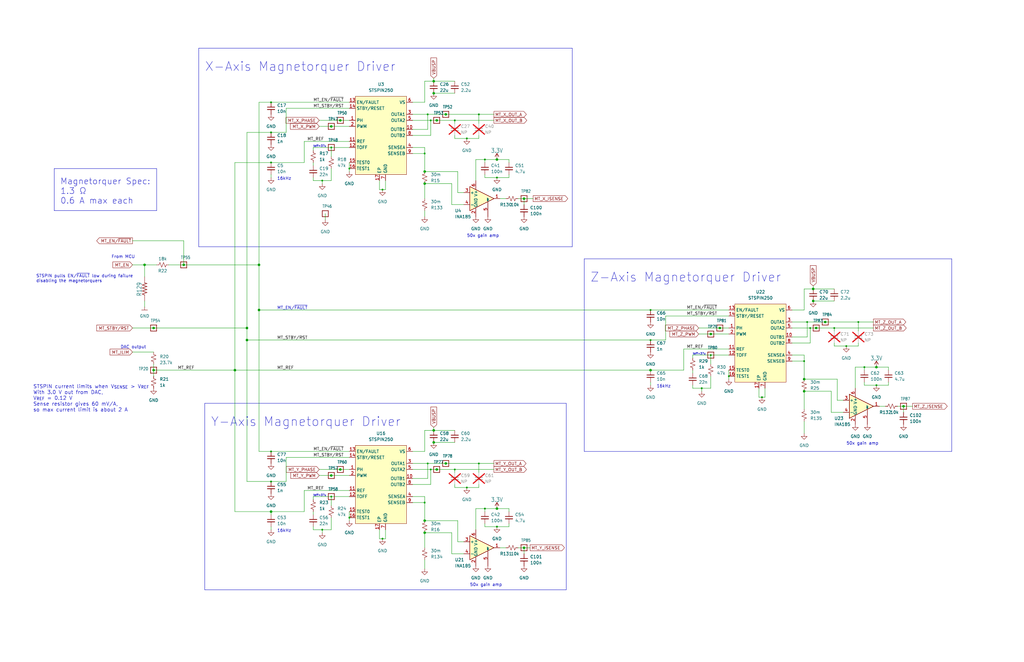
<source format=kicad_sch>
(kicad_sch (version 20231120) (generator "eeschema") (generator_version "8.0")
  (paper "B")
  (title_block (title "OreSat ADCS Card") (date "2023-11-21") (rev "v1.3"))
  (junction (at 220.98 83.82))
  (junction (at 274.32 130.81) (diameter 0.6096))
  (junction (at 187.96 195.58))
  (junction (at 204.47 214.63) (diameter 0.6096))
  (junction (at 104.14 143.51))
  (junction (at 340.36 135.89) (diameter 0.6096))
  (junction (at 181.61 50.8) (diameter 0.6096))
  (junction (at 179.07 224.79))
  (junction (at 114.3 68.58) (diameter 0.6096))
  (junction (at 139.7 209.55) (diameter 0.6096))
  (junction (at 347.98 135.89))
  (junction (at 361.95 135.89) (diameter 0.6096))
  (junction (at 64.77 138.43))
  (junction (at 196.85 58.42) (diameter 0.6096))
  (junction (at 182.88 34.29))
  (junction (at 364.49 154.94) (diameter 0.6096))
  (junction (at 299.72 149.86) (diameter 0.6096))
  (junction (at 135.89 76.2) (diameter 0.6096))
  (junction (at 209.55 67.31))
  (junction (at 201.93 48.26) (diameter 0.6096))
  (junction (at 341.63 138.43) (diameter 0.6096))
  (junction (at 147.32 218.44) (diameter 0.6096))
  (junction (at 147.32 71.12) (diameter 0.6096))
  (junction (at 179.07 72.39))
  (junction (at 191.77 198.12) (diameter 0.6096))
  (junction (at 179.07 212.09) (diameter 0.6096))
  (junction (at 356.87 146.05) (diameter 0.6096))
  (junction (at 369.57 154.94))
  (junction (at 344.17 138.43))
  (junction (at 114.3 43.18) (diameter 0.6096))
  (junction (at 143.51 50.8))
  (junction (at 187.96 48.26))
  (junction (at 104.14 138.43))
  (junction (at 209.55 222.25) (diameter 0.6096))
  (junction (at 180.34 48.26) (diameter 0.6096))
  (junction (at 369.57 162.56) (diameter 0.6096))
  (junction (at 182.88 181.61))
  (junction (at 339.09 165.1))
  (junction (at 381 171.45))
  (junction (at 204.47 67.31) (diameter 0.6096))
  (junction (at 182.88 186.69))
  (junction (at 184.15 50.8))
  (junction (at 274.32 143.51) (diameter 0.6096))
  (junction (at 114.3 215.9))
  (junction (at 342.9 127))
  (junction (at 114.3 190.5) (diameter 0.6096))
  (junction (at 114.3 203.2) (diameter 0.6096))
  (junction (at 182.88 39.37))
  (junction (at 303.53 138.43))
  (junction (at 64.77 156.21))
  (junction (at 77.47 111.76))
  (junction (at 201.93 195.58) (diameter 0.6096))
  (junction (at 184.15 198.12))
  (junction (at 220.98 231.14))
  (junction (at 321.31 167.64) (diameter 0.6096))
  (junction (at 135.89 223.52) (diameter 0.6096))
  (junction (at 114.3 55.88) (diameter 0.6096))
  (junction (at 161.29 227.33) (diameter 0.6096))
  (junction (at 339.09 160.02))
  (junction (at 139.7 200.66))
  (junction (at 351.79 138.43) (diameter 0.6096))
  (junction (at 299.72 140.97))
  (junction (at 339.09 152.4) (diameter 0.6096))
  (junction (at 179.07 77.47))
  (junction (at 161.29 80.01) (diameter 0.6096))
  (junction (at 139.7 53.34))
  (junction (at 274.32 156.21))
  (junction (at 209.55 214.63))
  (junction (at 181.61 198.12) (diameter 0.6096))
  (junction (at 109.22 130.81))
  (junction (at 179.07 64.77) (diameter 0.6096))
  (junction (at 191.77 50.8) (diameter 0.6096))
  (junction (at 295.91 163.83) (diameter 0.6096))
  (junction (at 196.85 205.74) (diameter 0.6096))
  (junction (at 342.9 121.92))
  (junction (at 143.51 198.12))
  (junction (at 60.96 111.76))
  (junction (at 109.22 111.76))
  (junction (at 209.55 74.93) (diameter 0.6096))
  (junction (at 99.06 156.21))
  (junction (at 180.34 195.58) (diameter 0.6096))
  (junction (at 139.7 62.23) (diameter 0.6096))
  (junction (at 179.07 219.71))
  (junction (at 307.34 158.75) (diameter 0.6096))
  (wire (pts (xy 132.08 63.5) (xy 132.08 62.23)))
  (wire (pts (xy 339.09 121.92) (xy 342.9 121.92)))
  (wire (pts (xy 182.88 180.34) (xy 182.88 181.61)))
  (wire (pts (xy 184.15 198.12) (xy 191.77 198.12)))
  (wire (pts (xy 180.34 48.26) (xy 187.96 48.26)))
  (wire (pts (xy 179.07 212.09) (xy 173.99 212.09)))
  (wire (pts (xy 120.65 203.2) (xy 114.3 203.2)))
  (wire (pts (xy 307.34 158.75) (xy 307.34 156.21)))
  (wire (pts (xy 361.95 135.89) (xy 361.95 139.7)))
  (wire (pts (xy 104.14 203.2) (xy 114.3 203.2)))
  (wire (pts (xy 179.07 88.9) (xy 179.07 91.44)))
  (wire (pts (xy 351.79 144.78) (xy 351.79 146.05)))
  (wire (pts (xy 292.1 151.13) (xy 292.1 149.86)))
  (wire (pts (xy 64.77 156.21) (xy 64.77 158.75)))
  (wire (pts (xy 201.93 205.74) (xy 201.93 204.47)))
  (wire (pts (xy 134.62 198.12) (xy 143.51 198.12)))
  (wire (pts (xy 320.04 163.83) (xy 320.04 167.64)))
  (wire (pts (xy 364.49 161.29) (xy 364.49 162.56)))
  (wire (pts (xy 160.02 80.01) (xy 161.29 80.01)))
  (wire (pts (xy 353.06 160.02) (xy 353.06 168.91)))
  (wire (pts (xy 378.46 171.45) (xy 381 171.45)))
  (wire (pts (xy 132.08 210.82) (xy 132.08 209.55)))
  (wire (pts (xy 292.1 149.86) (xy 299.72 149.86)))
  (wire (pts (xy 190.5 77.47) (xy 190.5 86.36)))
  (wire (pts (xy 179.07 62.23) (xy 179.07 64.77)))
  (wire (pts (xy 191.77 50.8) (xy 191.77 52.07)))
  (wire (pts (xy 214.63 74.93) (xy 214.63 73.66)))
  (wire (pts (xy 299.72 149.86) (xy 307.34 149.86)))
  (polyline (pts (xy 83.82 20.32) (xy 83.82 104.14)))
  (wire (pts (xy 220.98 231.14) (xy 223.52 231.14)))
  (wire (pts (xy 132.08 215.9) (xy 132.08 217.17)))
  (wire (pts (xy 139.7 76.2) (xy 135.89 76.2)))
  (wire (pts (xy 99.06 68.58) (xy 114.3 68.58)))
  (wire (pts (xy 132.08 223.52) (xy 132.08 222.25)))
  (wire (pts (xy 173.99 204.47) (xy 181.61 204.47)))
  (wire (pts (xy 143.51 198.12) (xy 147.32 198.12)))
  (wire (pts (xy 114.3 43.18) (xy 147.32 43.18)))
  (wire (pts (xy 214.63 68.58) (xy 214.63 67.31)))
  (wire (pts (xy 209.55 214.63) (xy 214.63 214.63)))
  (wire (pts (xy 128.27 207.01) (xy 147.32 207.01)))
  (polyline (pts (xy 86.36 170.18) (xy 238.76 170.18)))
  (wire (pts (xy 201.93 195.58) (xy 208.28 195.58)))
  (wire (pts (xy 299.72 163.83) (xy 295.91 163.83)))
  (wire (pts (xy 191.77 198.12) (xy 208.28 198.12)))
  (wire (pts (xy 181.61 50.8) (xy 184.15 50.8)))
  (wire (pts (xy 139.7 62.23) (xy 147.32 62.23)))
  (wire (pts (xy 114.3 74.93) (xy 114.3 73.66)))
  (wire (pts (xy 55.88 101.6) (xy 77.47 101.6)))
  (wire (pts (xy 64.77 156.21) (xy 99.06 156.21)))
  (wire (pts (xy 200.66 67.31) (xy 200.66 76.2)))
  (wire (pts (xy 193.04 228.6) (xy 195.58 228.6)))
  (wire (pts (xy 135.89 223.52) (xy 135.89 224.79)))
  (wire (pts (xy 204.47 67.31) (xy 204.47 68.58)))
  (wire (pts (xy 179.07 212.09) (xy 179.07 219.71)))
  (wire (pts (xy 134.62 200.66) (xy 139.7 200.66)))
  (wire (pts (xy 128.27 59.69) (xy 147.32 59.69)))
  (wire (pts (xy 209.55 74.93) (xy 214.63 74.93)))
  (wire (pts (xy 342.9 120.65) (xy 342.9 121.92)))
  (wire (pts (xy 99.06 156.21) (xy 99.06 215.9)))
  (wire (pts (xy 64.77 153.67) (xy 64.77 156.21)))
  (polyline (pts (xy 241.3 104.14) (xy 241.3 20.32)))
  (wire (pts (xy 173.99 62.23) (xy 179.07 62.23)))
  (wire (pts (xy 190.5 233.68) (xy 195.58 233.68)))
  (wire (pts (xy 214.63 215.9) (xy 214.63 214.63)))
  (wire (pts (xy 370.84 171.45) (xy 373.38 171.45)))
  (wire (pts (xy 187.96 48.26) (xy 201.93 48.26)))
  (wire (pts (xy 184.15 50.8) (xy 191.77 50.8)))
  (wire (pts (xy 299.72 149.86) (xy 299.72 153.67)))
  (wire (pts (xy 288.29 156.21) (xy 288.29 147.32)))
  (wire (pts (xy 143.51 50.8) (xy 147.32 50.8)))
  (wire (pts (xy 353.06 168.91) (xy 355.6 168.91)))
  (wire (pts (xy 132.08 76.2) (xy 132.08 74.93)))
  (wire (pts (xy 339.09 130.81) (xy 339.09 121.92)))
  (wire (pts (xy 173.99 209.55) (xy 179.07 209.55)))
  (wire (pts (xy 193.04 219.71) (xy 193.04 228.6)))
  (wire (pts (xy 351.79 146.05) (xy 356.87 146.05)))
  (wire (pts (xy 139.7 53.34) (xy 147.32 53.34)))
  (wire (pts (xy 339.09 177.8) (xy 339.09 182.88)))
  (wire (pts (xy 135.89 76.2) (xy 132.08 76.2)))
  (wire (pts (xy 120.65 45.72) (xy 147.32 45.72)))
  (wire (pts (xy 179.07 236.22) (xy 179.07 240.03)))
  (wire (pts (xy 369.57 162.56) (xy 374.65 162.56)))
  (wire (pts (xy 104.14 138.43) (xy 104.14 143.51)))
  (wire (pts (xy 204.47 222.25) (xy 209.55 222.25)))
  (polyline (pts (xy 22.86 71.12) (xy 66.04 71.12)))
  (wire (pts (xy 104.14 143.51) (xy 274.32 143.51)))
  (wire (pts (xy 351.79 138.43) (xy 368.3 138.43)))
  (wire (pts (xy 344.17 138.43) (xy 351.79 138.43)))
  (wire (pts (xy 139.7 209.55) (xy 139.7 213.36)))
  (wire (pts (xy 196.85 205.74) (xy 201.93 205.74)))
  (wire (pts (xy 77.47 111.76) (xy 109.22 111.76)))
  (wire (pts (xy 173.99 57.15) (xy 181.61 57.15)))
  (wire (pts (xy 274.32 130.81) (xy 307.34 130.81)))
  (wire (pts (xy 179.07 219.71) (xy 193.04 219.71)))
  (wire (pts (xy 334.01 135.89) (xy 340.36 135.89)))
  (wire (pts (xy 179.07 77.47) (xy 179.07 83.82)))
  (wire (pts (xy 210.82 231.14) (xy 213.36 231.14)))
  (wire (pts (xy 182.88 34.29) (xy 191.77 34.29)))
  (wire (pts (xy 204.47 220.98) (xy 204.47 222.25)))
  (polyline (pts (xy 401.32 190.5) (xy 246.38 190.5)))
  (wire (pts (xy 340.36 135.89) (xy 347.98 135.89)))
  (wire (pts (xy 191.77 204.47) (xy 191.77 205.74)))
  (wire (pts (xy 162.56 80.01) (xy 162.56 76.2)))
  (wire (pts (xy 114.3 190.5) (xy 147.32 190.5)))
  (polyline (pts (xy 22.86 71.12) (xy 22.86 88.9)))
  (wire (pts (xy 341.63 138.43) (xy 344.17 138.43)))
  (wire (pts (xy 181.61 204.47) (xy 181.61 198.12)))
  (wire (pts (xy 173.99 198.12) (xy 181.61 198.12)))
  (wire (pts (xy 132.08 209.55) (xy 139.7 209.55)))
  (wire (pts (xy 134.62 53.34) (xy 139.7 53.34)))
  (wire (pts (xy 204.47 73.66) (xy 204.47 74.93)))
  (wire (pts (xy 180.34 201.93) (xy 180.34 195.58)))
  (wire (pts (xy 120.65 193.04) (xy 120.65 203.2)))
  (wire (pts (xy 339.09 160.02) (xy 353.06 160.02)))
  (wire (pts (xy 60.96 116.84) (xy 60.96 111.76)))
  (wire (pts (xy 292.1 156.21) (xy 292.1 157.48)))
  (polyline (pts (xy 246.38 109.22) (xy 246.38 190.5)))
  (wire (pts (xy 180.34 54.61) (xy 180.34 48.26)))
  (wire (pts (xy 114.3 68.58) (xy 128.27 68.58)))
  (wire (pts (xy 200.66 214.63) (xy 200.66 223.52)))
  (wire (pts (xy 147.32 72.39) (xy 147.32 71.12)))
  (wire (pts (xy 114.3 223.52) (xy 114.3 222.25)))
  (wire (pts (xy 181.61 198.12) (xy 184.15 198.12)))
  (polyline (pts (xy 66.04 71.12) (xy 66.04 88.9)))
  (wire (pts (xy 274.32 156.21) (xy 288.29 156.21)))
  (wire (pts (xy 191.77 57.15) (xy 191.77 58.42)))
  (wire (pts (xy 307.34 160.02) (xy 307.34 158.75)))
  (wire (pts (xy 114.3 55.88) (xy 104.14 55.88)))
  (wire (pts (xy 280.67 133.35) (xy 307.34 133.35)))
  (wire (pts (xy 374.65 162.56) (xy 374.65 161.29)))
  (wire (pts (xy 190.5 224.79) (xy 190.5 233.68)))
  (wire (pts (xy 303.53 138.43) (xy 307.34 138.43)))
  (wire (pts (xy 334.01 138.43) (xy 341.63 138.43)))
  (wire (pts (xy 132.08 62.23) (xy 139.7 62.23)))
  (wire (pts (xy 361.95 135.89) (xy 368.3 135.89)))
  (wire (pts (xy 135.89 223.52) (xy 132.08 223.52)))
  (wire (pts (xy 179.07 224.79) (xy 190.5 224.79)))
  (wire (pts (xy 191.77 50.8) (xy 208.28 50.8)))
  (polyline (pts (xy 86.36 170.18) (xy 86.36 248.92)))
  (polyline (pts (xy 238.76 248.92) (xy 86.36 248.92)))
  (wire (pts (xy 364.49 154.94) (xy 364.49 156.21)))
  (wire (pts (xy 134.62 50.8) (xy 143.51 50.8)))
  (wire (pts (xy 214.63 222.25) (xy 214.63 220.98)))
  (wire (pts (xy 132.08 68.58) (xy 132.08 69.85)))
  (wire (pts (xy 334.01 142.24) (xy 340.36 142.24)))
  (wire (pts (xy 200.66 214.63) (xy 204.47 214.63)))
  (wire (pts (xy 294.64 140.97) (xy 299.72 140.97)))
  (wire (pts (xy 209.55 67.31) (xy 214.63 67.31)))
  (wire (pts (xy 173.99 50.8) (xy 181.61 50.8)))
  (wire (pts (xy 139.7 62.23) (xy 139.7 66.04)))
  (wire (pts (xy 160.02 227.33) (xy 161.29 227.33)))
  (wire (pts (xy 360.68 154.94) (xy 364.49 154.94)))
  (wire (pts (xy 99.06 156.21) (xy 274.32 156.21)))
  (wire (pts (xy 60.96 111.76) (xy 66.04 111.76)))
  (wire (pts (xy 162.56 227.33) (xy 162.56 223.52)))
  (wire (pts (xy 139.7 218.44) (xy 139.7 223.52)))
  (wire (pts (xy 322.58 167.64) (xy 322.58 163.83)))
  (wire (pts (xy 381 171.45) (xy 381 173.99)))
  (wire (pts (xy 114.3 215.9) (xy 114.3 217.17)))
  (wire (pts (xy 204.47 74.93) (xy 209.55 74.93)))
  (wire (pts (xy 181.61 57.15) (xy 181.61 50.8)))
  (wire (pts (xy 179.07 64.77) (xy 179.07 72.39)))
  (wire (pts (xy 128.27 207.01) (xy 128.27 215.9)))
  (wire (pts (xy 60.96 127) (xy 60.96 129.54)))
  (wire (pts (xy 191.77 198.12) (xy 191.77 199.39)))
  (wire (pts (xy 193.04 72.39) (xy 193.04 81.28)))
  (wire (pts (xy 295.91 163.83) (xy 295.91 165.1)))
  (wire (pts (xy 294.64 138.43) (xy 303.53 138.43)))
  (polyline (pts (xy 66.04 88.9) (xy 22.86 88.9)))
  (wire (pts (xy 220.98 83.82) (xy 220.98 86.36)))
  (wire (pts (xy 209.55 222.25) (xy 214.63 222.25)))
  (wire (pts (xy 341.63 144.78) (xy 341.63 138.43)))
  (wire (pts (xy 210.82 83.82) (xy 213.36 83.82)))
  (wire (pts (xy 201.93 58.42) (xy 201.93 57.15)))
  (wire (pts (xy 288.29 147.32) (xy 307.34 147.32)))
  (wire (pts (xy 139.7 223.52) (xy 135.89 223.52)))
  (wire (pts (xy 218.44 231.14) (xy 220.98 231.14)))
  (wire (pts (xy 204.47 214.63) (xy 209.55 214.63)))
  (wire (pts (xy 160.02 76.2) (xy 160.02 80.01)))
  (wire (pts (xy 339.09 165.1) (xy 350.52 165.1)))
  (wire (pts (xy 187.96 195.58) (xy 201.93 195.58)))
  (wire (pts (xy 364.49 162.56) (xy 369.57 162.56)))
  (wire (pts (xy 109.22 111.76) (xy 109.22 130.81)))
  (wire (pts (xy 64.77 138.43) (xy 104.14 138.43)))
  (wire (pts (xy 173.99 201.93) (xy 180.34 201.93)))
  (wire (pts (xy 179.07 224.79) (xy 179.07 231.14)))
  (wire (pts (xy 339.09 165.1) (xy 339.09 172.72)))
  (wire (pts (xy 179.07 43.18) (xy 179.07 34.29)))
  (wire (pts (xy 190.5 86.36) (xy 195.58 86.36)))
  (wire (pts (xy 201.93 48.26) (xy 201.93 52.07)))
  (wire (pts (xy 342.9 121.92) (xy 351.79 121.92)))
  (wire (pts (xy 147.32 71.12) (xy 147.32 68.58)))
  (wire (pts (xy 220.98 231.14) (xy 220.98 233.68)))
  (wire (pts (xy 179.07 34.29) (xy 182.88 34.29)))
  (wire (pts (xy 114.3 215.9) (xy 128.27 215.9)))
  (wire (pts (xy 182.88 186.69) (xy 191.77 186.69)))
  (wire (pts (xy 179.07 64.77) (xy 173.99 64.77)))
  (wire (pts (xy 137.16 90.17) (xy 137.16 92.71)))
  (wire (pts (xy 161.29 227.33) (xy 162.56 227.33)))
  (wire (pts (xy 193.04 81.28) (xy 195.58 81.28)))
  (polyline (pts (xy 83.82 20.32) (xy 241.3 20.32)))
  (wire (pts (xy 334.01 130.81) (xy 339.09 130.81)))
  (wire (pts (xy 173.99 190.5) (xy 179.07 190.5)))
  (wire (pts (xy 71.12 111.76) (xy 77.47 111.76)))
  (wire (pts (xy 179.07 72.39) (xy 193.04 72.39)))
  (wire (pts (xy 147.32 219.71) (xy 147.32 218.44)))
  (wire (pts (xy 350.52 173.99) (xy 355.6 173.99)))
  (wire (pts (xy 347.98 135.89) (xy 361.95 135.89)))
  (wire (pts (xy 369.57 154.94) (xy 374.65 154.94)))
  (wire (pts (xy 361.95 146.05) (xy 361.95 144.78)))
  (wire (pts (xy 340.36 142.24) (xy 340.36 135.89)))
  (wire (pts (xy 99.06 68.58) (xy 99.06 156.21)))
  (polyline (pts (xy 246.38 109.22) (xy 401.32 109.22)))
  (wire (pts (xy 120.65 45.72) (xy 120.65 55.88)))
  (wire (pts (xy 135.89 76.2) (xy 135.89 77.47)))
  (wire (pts (xy 339.09 152.4) (xy 334.01 152.4)))
  (wire (pts (xy 351.79 138.43) (xy 351.79 139.7)))
  (wire (pts (xy 360.68 154.94) (xy 360.68 163.83)))
  (polyline (pts (xy 401.32 109.22) (xy 401.32 190.5)))
  (wire (pts (xy 179.07 77.47) (xy 190.5 77.47)))
  (wire (pts (xy 299.72 140.97) (xy 307.34 140.97)))
  (wire (pts (xy 104.14 143.51) (xy 104.14 203.2)))
  (wire (pts (xy 374.65 156.21) (xy 374.65 154.94)))
  (wire (pts (xy 201.93 195.58) (xy 201.93 199.39)))
  (wire (pts (xy 55.88 148.59) (xy 64.77 148.59)))
  (wire (pts (xy 191.77 205.74) (xy 196.85 205.74)))
  (wire (pts (xy 128.27 68.58) (xy 128.27 59.69)))
  (wire (pts (xy 201.93 48.26) (xy 208.28 48.26)))
  (wire (pts (xy 161.29 80.01) (xy 162.56 80.01)))
  (wire (pts (xy 350.52 165.1) (xy 350.52 173.99)))
  (wire (pts (xy 381 171.45) (xy 384.81 171.45)))
  (wire (pts (xy 173.99 43.18) (xy 179.07 43.18)))
  (wire (pts (xy 204.47 214.63) (xy 204.47 215.9)))
  (wire (pts (xy 109.22 130.81) (xy 109.22 190.5)))
  (wire (pts (xy 280.67 133.35) (xy 280.67 143.51)))
  (wire (pts (xy 196.85 58.42) (xy 201.93 58.42)))
  (wire (pts (xy 180.34 195.58) (xy 187.96 195.58)))
  (wire (pts (xy 295.91 163.83) (xy 292.1 163.83)))
  (wire (pts (xy 147.32 218.44) (xy 147.32 215.9)))
  (wire (pts (xy 321.31 167.64) (xy 322.58 167.64)))
  (wire (pts (xy 173.99 195.58) (xy 180.34 195.58)))
  (wire (pts (xy 320.04 167.64) (xy 321.31 167.64)))
  (wire (pts (xy 182.88 33.02) (xy 182.88 34.29)))
  (wire (pts (xy 104.14 55.88) (xy 104.14 138.43)))
  (wire (pts (xy 139.7 209.55) (xy 147.32 209.55)))
  (wire (pts (xy 220.98 83.82) (xy 224.79 83.82)))
  (wire (pts (xy 77.47 101.6) (xy 77.47 111.76)))
  (wire (pts (xy 179.07 209.55) (xy 179.07 212.09)))
  (wire (pts (xy 173.99 54.61) (xy 180.34 54.61)))
  (wire (pts (xy 356.87 146.05) (xy 361.95 146.05)))
  (wire (pts (xy 182.88 39.37) (xy 191.77 39.37)))
  (polyline (pts (xy 238.76 170.18) (xy 238.76 248.92)))
  (wire (pts (xy 60.96 111.76) (xy 55.88 111.76)))
  (wire (pts (xy 139.7 71.12) (xy 139.7 76.2)))
  (wire (pts (xy 173.99 48.26) (xy 180.34 48.26)))
  (wire (pts (xy 99.06 215.9) (xy 114.3 215.9)))
  (wire (pts (xy 280.67 143.51) (xy 274.32 143.51)))
  (wire (pts (xy 182.88 181.61) (xy 191.77 181.61)))
  (wire (pts (xy 139.7 200.66) (xy 147.32 200.66)))
  (wire (pts (xy 109.22 130.81) (xy 274.32 130.81)))
  (wire (pts (xy 334.01 149.86) (xy 339.09 149.86)))
  (wire (pts (xy 334.01 144.78) (xy 341.63 144.78)))
  (wire (pts (xy 179.07 190.5) (xy 179.07 181.61)))
  (wire (pts (xy 364.49 154.94) (xy 369.57 154.94)))
  (wire (pts (xy 191.77 58.42) (xy 196.85 58.42)))
  (wire (pts (xy 120.65 193.04) (xy 147.32 193.04)))
  (wire (pts (xy 179.07 181.61) (xy 182.88 181.61)))
  (wire (pts (xy 109.22 190.5) (xy 114.3 190.5)))
  (wire (pts (xy 109.22 43.18) (xy 109.22 111.76)))
  (wire (pts (xy 200.66 67.31) (xy 204.47 67.31)))
  (wire (pts (xy 204.47 67.31) (xy 209.55 67.31)))
  (wire (pts (xy 299.72 158.75) (xy 299.72 163.83)))
  (wire (pts (xy 109.22 43.18) (xy 114.3 43.18)))
  (polyline (pts (xy 83.82 104.14) (xy 241.3 104.14)))
  (wire (pts (xy 120.65 55.88) (xy 114.3 55.88)))
  (wire (pts (xy 342.9 127) (xy 351.79 127)))
  (wire (pts (xy 292.1 163.83) (xy 292.1 162.56)))
  (wire (pts (xy 160.02 223.52) (xy 160.02 227.33)))
  (wire (pts (xy 274.32 162.56) (xy 274.32 161.29)))
  (wire (pts (xy 218.44 83.82) (xy 220.98 83.82)))
  (wire (pts (xy 55.88 138.43) (xy 64.77 138.43)))
  (wire (pts (xy 339.09 152.4) (xy 339.09 160.02)))
  (wire (pts (xy 339.09 149.86) (xy 339.09 152.4)))
  (text "STSPIN current limits when V_{SENSE} > V_{REF}\nWith 3.0 V out from DAC,\nV_{REF} = 0.12 V\nSense resistor gives 60 mV/A, \nso max current limit is about 2 A\n" (at 13.97 173.99 0) (effects (font (size 1.524 1.524)) (justify left bottom)))
  (text "DAC output" (at 50.8 147.32 0) (effects (font (size 1.27 1.27)) (justify left bottom)))
  (text "16kHz" (at 116.84 76.2 0) (effects (font (size 1.27 1.27)) (justify left bottom)))
  (text "50x gain amp" (at 196.85 100.33 0) (effects (font (size 1.27 1.27)) (justify left bottom)))
  (text "toff=37u" (at 292.1 149.86 0) (effects (font (size 0.8 0.8)) (justify left bottom)))
  (text "16kHz" (at 116.84 224.79 0) (effects (font (size 1.27 1.27)) (justify left bottom)))
  (text "Y-Axis Magnetorquer Driver" (at 88.9 180.34 0) (effects (font (size 3.81 3.81)) (justify left bottom)))
  (text "From MCU" (at 46.99 109.22 0) (effects (font (size 1.27 1.27)) (justify left bottom)))
  (text "toff=37u" (at 132.08 62.23 0) (effects (font (size 0.8 0.8)) (justify left bottom)))
  (text "toff=37u" (at 132.08 209.55 0) (effects (font (size 0.8 0.8)) (justify left bottom)))
  (text "STSPIN pulls EN/~{FAULT} low during failure\ndisabling the magnetorquers" (at 15.24 119.38 0) (effects (font (size 1.27 1.27)) (justify left bottom)))
  (text "Z-Axis Magnetorquer Driver" (at 248.92 119.38 0) (effects (font (size 3.81 3.81)) (justify left bottom)))
  (text "Magnetorquer Spec:\n1.3 Ω\n0.6 A max each" (at 25.4 86.36 0) (effects (font (size 2.54 2.54)) (justify left bottom)))
  (text "50x gain amp" (at 356.87 187.96 0) (effects (font (size 1.27 1.27)) (justify left bottom)))
  (text "X-Axis Magnetorquer Driver" (at 86.36 30.48 0) (effects (font (size 3.81 3.81)) (justify left bottom)))
  (text "50x gain amp" (at 198.12 247.65 0) (effects (font (size 1.27 1.27)) (justify left bottom)))
  (text "16kHz" (at 276.86 163.83 0) (effects (font (size 1.27 1.27)) (justify left bottom)))
  (text "MT_EN/~{FAULT}" (at 116.84 130.81 0) (effects (font (size 1.27 1.27)) (justify left bottom)))
  (label "MT_EN{slash}~{FAULT}" (at 132.08 43.18 0))
  (label "MT_STBY{slash}RST" (at 132.08 45.72 0))
  (label "MT_STBY{slash}RST" (at 289.56 133.35 0))
  (label "MT_REF" (at 289.56 147.32 0))
  (label "MT_REF" (at 129.54 59.69 0))
  (label "MT_STBY{slash}RST" (at 116.84 143.51 0))
  (label "MT_REF" (at 129.54 207.01 0))
  (label "MT_REF" (at 116.84 156.21 0))
  (label "MT_STBY{slash}RST" (at 132.08 193.04 0))
  (label "MT_EN{slash}~{FAULT}" (at 132.08 190.5 0))
  (label "MT_REF" (at 74.93 156.21 0))
  (label "MT_EN{slash}~{FAULT}" (at 289.56 130.81 0))
  (global_label "VBUSP" (shape input) (at 182.88 33.02 90) (property "Intersheetrefs" "${INTERSHEET_REFS}" (at 182.8006 24.4383 90) (effects (justify left))))
  (global_label "MT_Z_ISENSE" (shape output) (at 384.81 171.45 0) (property "Intersheetrefs" "${INTERSHEET_REFS}" (at 399.9318 171.45 0) (effects (justify left))))
  (global_label "MT_Z_PHASE" (shape input) (at 294.64 138.43 180) (property "Intersheetrefs" "${INTERSHEET_REFS}" (at 280.1921 138.3506 0) (effects (justify right))))
  (global_label "MT_X_OUT_A" (shape output) (at 208.28 48.26 0) (property "Intersheetrefs" "${INTERSHEET_REFS}" (at 222.4343 48.26 0) (effects (justify left))))
  (global_label "VBUSP" (shape input) (at 182.88 180.34 90) (property "Intersheetrefs" "${INTERSHEET_REFS}" (at 182.8006 171.7583 90) (effects (justify left))))
  (global_label "MT_Y_PWM" (shape input) (at 134.62 200.66 180) (property "Intersheetrefs" "${INTERSHEET_REFS}" (at 122.1679 200.5806 0) (effects (justify right))))
  (global_label "MT_X_PHASE" (shape input) (at 134.62 50.8 180) (property "Intersheetrefs" "${INTERSHEET_REFS}" (at 120.1721 50.7206 0) (effects (justify right))))
  (global_label "MT_ILIM" (shape input) (at 55.88 148.59 180) (property "Intersheetrefs" "${INTERSHEET_REFS}" (at 45.8985 148.59 0) (effects (justify right))))
  (global_label "MT_Y_OUT_A" (shape output) (at 208.28 195.58 0) (property "Intersheetrefs" "${INTERSHEET_REFS}" (at 222.3134 195.58 0) (effects (justify left))))
  (global_label "MT_Y_PHASE" (shape input) (at 134.62 198.12 180) (property "Intersheetrefs" "${INTERSHEET_REFS}" (at 120.2931 198.0406 0) (effects (justify right))))
  (global_label "MT_X_OUT_B" (shape output) (at 208.28 50.8 0) (property "Intersheetrefs" "${INTERSHEET_REFS}" (at 222.6157 50.8 0) (effects (justify left))))
  (global_label "MT_Y_OUT_B" (shape output) (at 208.28 198.12 0) (property "Intersheetrefs" "${INTERSHEET_REFS}" (at 222.4948 198.12 0) (effects (justify left))))
  (global_label "VBUSP" (shape input) (at 342.9 120.65 90) (property "Intersheetrefs" "${INTERSHEET_REFS}" (at 342.8206 112.0683 90) (effects (justify left))))
  (global_label "MT_STBY{slash}RST" (shape input) (at 55.88 138.43 180) (property "Intersheetrefs" "${INTERSHEET_REFS}" (at 40.2743 138.43 0) (effects (justify right))))
  (global_label "MT_EN{slash}~{FAULT}" (shape output) (at 55.88 101.6 180) (property "Intersheetrefs" "${INTERSHEET_REFS}" (at 40.2742 101.6 0) (effects (justify right))))
  (global_label "MT_Z_OUT_A" (shape output) (at 368.3 135.89 0) (property "Intersheetrefs" "${INTERSHEET_REFS}" (at 382.4543 135.89 0) (effects (justify left))))
  (global_label "MT_EN" (shape input) (at 55.88 111.76 180) (property "Intersheetrefs" "${INTERSHEET_REFS}" (at 47.1081 111.76 0) (effects (justify right))))
  (global_label "MT_X_ISENSE" (shape output) (at 224.79 83.82 0) (property "Intersheetrefs" "${INTERSHEET_REFS}" (at 239.9118 83.82 0) (effects (justify left))))
  (global_label "MT_Z_PWM" (shape input) (at 294.64 140.97 180) (property "Intersheetrefs" "${INTERSHEET_REFS}" (at 282.0669 140.8906 0) (effects (justify right))))
  (global_label "MT_Y_ISENSE" (shape output) (at 223.52 231.14 0) (property "Intersheetrefs" "${INTERSHEET_REFS}" (at 238.5209 231.14 0) (effects (justify left))))
  (global_label "MT_X_PWM" (shape input) (at 134.62 53.34 180) (property "Intersheetrefs" "${INTERSHEET_REFS}" (at 122.0469 53.2606 0) (effects (justify right))))
  (global_label "MT_Z_OUT_B" (shape output) (at 368.3 138.43 0) (property "Intersheetrefs" "${INTERSHEET_REFS}" (at 382.6357 138.43 0) (effects (justify left))))
  (symbol (lib_id "Device:C_Small") (at 214.63 71.12 0) (unit 1)
    (property "Reference" "C51" (at 217.17 69.8499 0) (effects (justify left)))
    (property "Value" "4.7u" (at 217.17 72.3899 0) (effects (justify left)))
    (property "Footprint" "Capacitor_SMD:C_0603_1608Metric" (effects (hide yes)))
  )
  (symbol (lib_id "oresat-acs-card-eagle-import:TEST-POINT-LARGE-SQUARE") (at 139.7 62.23 0) (mirror x) (unit 1)
    (property "Reference" "TP48" (at 138.43 58.42 0) (effects (font (size 1.27 1.0795)) (justify left bottom)))
    (property "Value" "TEST-POINT-LARGE-SQUARE" (effects (hide yes)))
    (property "Footprint" "oresat-acs-card:1X01" (effects (hide yes)))
  )
  (symbol (lib_id "Device:C_Small") (at 191.77 201.93 0) (unit 1) (dnp yes)
    (property "Reference" "C59" (at 194.31 200.6599 0) (effects (justify left)))
    (property "Value" "NP" (at 194.31 203.1999 0) (effects (justify left)))
    (property "Footprint" "Capacitor_SMD:C_0603_1608Metric" (effects (hide yes)))
  )
  (symbol (lib_id "power:GND") (at 135.89 224.79 0) (unit 1)
    (property "Reference" "#PWR09" (effects (hide yes)))
    (property "Value" "GND" (at 135.89 229.87 0))
  )
  (symbol (lib_id "Device:C_Small") (at 351.79 142.24 0) (unit 1) (dnp yes)
    (property "Reference" "C71" (at 354.33 140.9699 0) (effects (justify left)))
    (property "Value" "NP" (at 354.33 143.5099 0) (effects (justify left)))
    (property "Footprint" "Capacitor_SMD:C_0603_1608Metric" (effects (hide yes)))
  )
  (symbol (lib_id "Device:C_Small") (at 201.93 201.93 0) (unit 1) (dnp yes)
    (property "Reference" "C61" (at 204.47 200.6599 0) (effects (justify left)))
    (property "Value" "NP" (at 204.47 203.1999 0) (effects (justify left)))
    (property "Footprint" "Capacitor_SMD:C_0603_1608Metric" (effects (hide yes)))
  )
  (symbol (lib_id "oresat-acs-card-eagle-import:TEST-POINT-LARGE-SQUARE") (at 143.51 50.8 0) (mirror x) (unit 1)
    (property "Reference" "TP50" (at 142.24 46.99 0) (effects (font (size 1.27 1.0795)) (justify left bottom)))
    (property "Value" "TEST-POINT-LARGE-SQUARE" (effects (hide yes)))
    (property "Footprint" "oresat-acs-card:1X01" (effects (hide yes)))
  )
  (symbol (lib_id "Device:C_Small") (at 114.3 193.04 0) (unit 1)
    (property "Reference" "C77" (at 116.84 191.7699 0) (effects (justify left)))
    (property "Value" "10n" (at 116.84 194.3099 0) (effects (justify left)))
    (property "Footprint" "Capacitor_SMD:C_0603_1608Metric" (effects (hide yes)))
  )
  (symbol (lib_id "Device:C_Small") (at 361.95 142.24 0) (unit 1) (dnp yes)
    (property "Reference" "C73" (at 364.49 140.9699 0) (effects (justify left)))
    (property "Value" "NP" (at 364.49 143.5099 0) (effects (justify left)))
    (property "Footprint" "Capacitor_SMD:C_0603_1608Metric" (effects (hide yes)))
  )
  (symbol (lib_id "power:GND") (at 161.29 227.33 0) (unit 1)
    (property "Reference" "#PWR014" (effects (hide yes)))
    (property "Value" "GND" (at 161.29 232.41 0))
  )
  (symbol (lib_id "Device:C_Small") (at 114.3 205.74 0) (unit 1)
    (property "Reference" "C55" (at 116.84 204.4699 0) (effects (justify left)))
    (property "Value" "1n" (at 116.84 207.0099 0) (effects (justify left)))
    (property "Footprint" "Capacitor_SMD:C_0603_1608Metric" (effects (hide yes)))
  )
  (symbol (lib_id "Device:C_Small") (at 191.77 54.61 0) (unit 1) (dnp yes)
    (property "Reference" "C27" (at 194.31 53.3399 0) (effects (justify left)))
    (property "Value" "NP" (at 194.31 55.8799 0) (effects (justify left)))
    (property "Footprint" "Capacitor_SMD:C_0603_1608Metric" (effects (hide yes)))
  )
  (symbol (lib_id "Device:C_Small") (at 381 176.53 0) (unit 1)
    (property "Reference" "C102" (at 383.54 175.2599 0) (effects (justify left)))
    (property "Value" "100n" (at 383.54 177.7999 0) (effects (justify left)))
    (property "Footprint" "Capacitor_SMD:C_0603_1608Metric" (effects (hide yes)))
  )
  (symbol (lib_id "Device:C_Small") (at 351.79 124.46 0) (unit 1)
    (property "Reference" "C72" (at 354.33 123.1899 0) (effects (justify left)))
    (property "Value" "2.2u" (at 354.33 125.7299 0) (effects (justify left)))
    (property "Footprint" "Capacitor_SMD:C_0603_1608Metric" (effects (hide yes)))
  )
  (symbol (lib_id "power:GND") (at 274.32 148.59 0) (unit 1)
    (property "Reference" "#PWR028" (effects (hide yes)))
    (property "Value" "GND" (at 274.32 153.67 0))
  )
  (symbol (lib_id "Device:C_Small") (at 364.49 158.75 0) (unit 1)
    (property "Reference" "C62" (at 367.03 157.4799 0) (effects (justify left)))
    (property "Value" "100n" (at 367.03 160.0199 0) (effects (justify left)))
    (property "Footprint" "Capacitor_SMD:C_0603_1608Metric" (effects (hide yes)))
  )
  (symbol (lib_id "oresat-acs-card-eagle-import:3.3V") (at 209.55 67.31 0) (mirror y) (unit 1)
    (property "Reference" "#SUPPLY01" (effects (hide yes)))
    (property "Value" "3.3V" (at 209.55 64.516 0) (effects (font (size 1.778 1.5113)) (justify bottom)))
  )
  (symbol (lib_id "power:GND") (at 182.88 39.37 0) (unit 1)
    (property "Reference" "#PWR017" (effects (hide yes)))
    (property "Value" "GND" (at 182.88 44.45 0))
  )
  (symbol (lib_id "oresat-ics:INA185") (at 203.2 83.82 0) (unit 1)
    (property "Reference" "U4" (at 191.77 88.8999 0) (effects (justify left)))
    (property "Value" "INA185" (at 191.77 91.4399 0) (effects (justify left)))
    (property "Footprint" "Package_TO_SOT_SMD:SOT-563" (effects (hide yes)))
    (property "Datasheet" "https://www.ti.com/lit/ds/symlink/ina185.pdf" (effects (hide yes)))
  )
  (symbol (lib_id "power:GND") (at 209.55 74.93 0) (unit 1)
    (property "Reference" "#PWR025" (effects (hide yes)))
    (property "Value" "GND" (at 209.55 80.01 0))
  )
  (symbol (lib_id "oresat-acs-card-eagle-import:TEST-POINT-LARGE-SQUARE") (at 139.7 209.55 0) (mirror x) (unit 1)
    (property "Reference" "TP58" (at 138.43 205.74 0) (effects (font (size 1.27 1.0795)) (justify left bottom)))
    (property "Value" "TEST-POINT-LARGE-SQUARE" (effects (hide yes)))
    (property "Footprint" "oresat-acs-card:1X01" (effects (hide yes)))
  )
  (symbol (lib_id "oresat-acs-card-eagle-import:R-US_0603-C-NOSILK") (at 60.96 121.92 90) (unit 1)
    (property "Reference" "R129" (at 59.69 125.095 0) (effects (font (size 1.778 1.5113)) (justify left bottom)))
    (property "Value" "10k" (effects (hide yes)))
    (property "Footprint" "oresat-passives:0603-C-NOSILK" (effects (hide yes)))
  )
  (symbol (lib_id "Device:C_Small") (at 220.98 88.9 0) (unit 1)
    (property "Reference" "C100" (at 223.52 87.6299 0) (effects (justify left)))
    (property "Value" "100n" (at 223.52 90.1699 0) (effects (justify left)))
    (property "Footprint" "Capacitor_SMD:C_0603_1608Metric" (effects (hide yes)))
  )
  (symbol (lib_id "oresat-acs-card-eagle-import:TEST-POINT-LARGE-SQUARE") (at 381 171.45 0) (mirror x) (unit 1)
    (property "Reference" "TP87" (at 379.73 167.64 0) (effects (font (size 1.27 1.0795)) (justify left bottom)))
    (property "Value" "TEST-POINT-LARGE-SQUARE" (effects (hide yes)))
    (property "Footprint" "oresat-acs-card:1X01" (effects (hide yes)))
  )
  (symbol (lib_id "power:GND") (at 135.89 77.47 0) (unit 1)
    (property "Reference" "#PWR08" (effects (hide yes)))
    (property "Value" "GND" (at 135.89 82.55 0))
  )
  (symbol (lib_id "Device:R_Small_US") (at 68.58 111.76 90) (unit 1)
    (property "Reference" "R22" (at 68.58 114.3 90))
    (property "Value" "18k" (at 68.58 109.22 90))
    (property "Footprint" "oresat-passives:0603-C-NOSILK" (effects (hide yes)))
  )
  (symbol (lib_id "power:GND") (at 182.88 186.69 0) (unit 1)
    (property "Reference" "#PWR018" (effects (hide yes)))
    (property "Value" "GND" (at 182.88 191.77 0))
  )
  (symbol (lib_id "Device:R_Small_US") (at 339.09 162.56 0) (mirror x) (unit 1)
    (property "Reference" "R25" (at 341.63 163.8301 0) (effects (justify left)))
    (property "Value" "30m" (at 341.63 161.2901 0) (effects (justify left)))
    (property "Footprint" "Resistor_SMD:R_1206_3216Metric" (effects (hide yes)))
  )
  (symbol (lib_id "power:GND") (at 274.32 135.89 0) (unit 1)
    (property "Reference" "#PWR027" (effects (hide yes)))
    (property "Value" "GND" (at 274.32 140.97 0))
  )
  (symbol (lib_id "Device:C_Small") (at 114.3 58.42 0) (unit 1)
    (property "Reference" "C18" (at 116.84 57.1499 0) (effects (justify left)))
    (property "Value" "1n" (at 116.84 59.6899 0) (effects (justify left)))
    (property "Footprint" "Capacitor_SMD:C_0603_1608Metric" (effects (hide yes)))
  )
  (symbol (lib_id "Device:R_Small_US") (at 139.7 215.9 0) (unit 1)
    (property "Reference" "R24" (at 142.24 214.6299 0) (effects (justify left)))
    (property "Value" "47k" (at 142.24 217.1699 0) (effects (justify left)))
    (property "Footprint" "Resistor_SMD:R_0603_1608Metric" (effects (hide yes)))
  )
  (symbol (lib_id "Device:C_Small") (at 204.47 71.12 0) (unit 1)
    (property "Reference" "C41" (at 207.01 69.8499 0) (effects (justify left)))
    (property "Value" "100n" (at 207.01 72.3899 0) (effects (justify left)))
    (property "Footprint" "Capacitor_SMD:C_0603_1608Metric" (effects (hide yes)))
  )
  (symbol (lib_id "power:GND") (at 205.74 91.44 0) (unit 1)
    (property "Reference" "#PWR023" (effects (hide yes)))
    (property "Value" "GND" (at 205.74 96.52 0))
  )
  (symbol (lib_id "Device:C_Small") (at 132.08 219.71 0) (unit 1)
    (property "Reference" "C56" (at 134.62 218.4399 0) (effects (justify left)))
    (property "Value" "22n" (at 134.62 220.9799 0) (effects (justify left)))
    (property "Footprint" "Capacitor_SMD:C_0603_1608Metric" (effects (hide yes)))
  )
  (symbol (lib_id "Device:C_Small") (at 114.3 45.72 0) (unit 1)
    (property "Reference" "C17" (at 116.84 44.4499 0) (effects (justify left)))
    (property "Value" "10n" (at 116.84 46.9899 0) (effects (justify left)))
    (property "Footprint" "Capacitor_SMD:C_0603_1608Metric" (effects (hide yes)))
  )
  (symbol (lib_id "power:GND") (at 179.07 91.44 0) (unit 1)
    (property "Reference" "#PWR015" (effects (hide yes)))
    (property "Value" "GND" (at 179.07 96.52 0))
  )
  (symbol (lib_id "Device:C_Small") (at 132.08 72.39 0) (unit 1)
    (property "Reference" "C19" (at 134.62 71.1199 0) (effects (justify left)))
    (property "Value" "22n" (at 134.62 73.6599 0) (effects (justify left)))
    (property "Footprint" "Capacitor_SMD:C_0603_1608Metric" (effects (hide yes)))
  )
  (symbol (lib_id "Device:R_Small_US") (at 215.9 231.14 90) (unit 1)
    (property "Reference" "R131" (at 213.36 233.68 90))
    (property "Value" "10k" (at 217.17 233.68 90))
    (property "Footprint" "Resistor_SMD:R_0603_1608Metric" (effects (hide yes)))
  )
  (symbol (lib_id "power:GND") (at 179.07 240.03 0) (unit 1)
    (property "Reference" "#PWR016" (effects (hide yes)))
    (property "Value" "GND" (at 179.07 245.11 0))
  )
  (symbol (lib_id "oresat-acs-card-eagle-import:TEST-POINT-LARGE-SQUARE") (at 299.72 149.86 0) (mirror x) (unit 1)
    (property "Reference" "TP80" (at 298.45 146.05 0) (effects (font (size 1.27 1.0795)) (justify left bottom)))
    (property "Value" "TEST-POINT-LARGE-SQUARE" (effects (hide yes)))
    (property "Footprint" "oresat-acs-card:1X01" (effects (hide yes)))
  )
  (symbol (lib_id "Device:R_Small_US") (at 179.07 86.36 0) (mirror x) (unit 1)
    (property "Reference" "R133" (at 181.61 87.63 0) (effects (justify left)))
    (property "Value" "30m" (at 181.61 85.09 0) (effects (justify left)))
    (property "Footprint" "Resistor_SMD:R_1206_3216Metric" (effects (hide yes)))
  )
  (symbol (lib_id "Device:C_Small") (at 292.1 160.02 0) (unit 1)
    (property "Reference" "C68" (at 294.64 158.7499 0) (effects (justify left)))
    (property "Value" "22n" (at 294.64 161.2899 0) (effects (justify left)))
    (property "Footprint" "Capacitor_SMD:C_0603_1608Metric" (effects (hide yes)))
  )
  (symbol (lib_id "power:GND") (at 114.3 74.93 0) (unit 1)
    (property "Reference" "#PWR04" (effects (hide yes)))
    (property "Value" "GND" (at 114.3 80.01 0))
  )
  (symbol (lib_id "power:GND") (at 274.32 162.56 0) (unit 1)
    (property "Reference" "#PWR029" (effects (hide yes)))
    (property "Value" "GND" (at 274.32 167.64 0))
  )
  (symbol (lib_id "power:GND") (at 147.32 219.71 0) (unit 1)
    (property "Reference" "#PWR012" (effects (hide yes)))
    (property "Value" "GND" (at 147.32 224.79 0))
  )
  (symbol (lib_id "power:GND") (at 365.76 179.07 0) (unit 1)
    (property "Reference" "#PWR037" (effects (hide yes)))
    (property "Value" "GND" (at 365.76 184.15 0))
  )
  (symbol (lib_id "Device:R_Small_US") (at 339.09 175.26 0) (mirror x) (unit 1)
    (property "Reference" "R135" (at 341.63 176.5301 0) (effects (justify left)))
    (property "Value" "30m" (at 341.63 173.9901 0) (effects (justify left)))
    (property "Footprint" "Resistor_SMD:R_1206_3216Metric" (effects (hide yes)))
  )
  (symbol (lib_id "power:GND") (at 114.3 223.52 0) (unit 1)
    (property "Reference" "#PWR07" (effects (hide yes)))
    (property "Value" "GND" (at 114.3 228.6 0))
  )
  (symbol (lib_id "power:GND") (at 196.85 205.74 0) (unit 1)
    (property "Reference" "#PWR020" (effects (hide yes)))
    (property "Value" "GND" (at 196.85 210.82 0))
  )
  (symbol (lib_id "Device:R_Small_US") (at 299.72 156.21 0) (unit 1)
    (property "Reference" "R30" (at 302.26 154.9399 0) (effects (justify left)))
    (property "Value" "47k" (at 302.26 157.4799 0) (effects (justify left)))
    (property "Footprint" "Resistor_SMD:R_0603_1608Metric" (effects (hide yes)))
  )
  (symbol (lib_id "oresat-ics:STSPIN250") (at 321.31 133.35 0) (unit 1)
    (property "Reference" "U22" (at 320.675 123.19 0))
    (property "Value" "STSPIN250" (at 320.675 125.73 0))
    (property "Footprint" "Package_DFN_QFN:VQFN-16-1EP_3x3mm_P0.5mm_EP1.8x1.8mm" (effects (hide yes)))
    (property "Datasheet" "https://www.st.com/resource/en/datasheet/stspin250.pdf" (effects (hide yes)))
  )
  (symbol (lib_id "power:GND") (at 114.3 48.26 0) (unit 1)
    (property "Reference" "#PWR02" (effects (hide yes)))
    (property "Value" "GND" (at 114.3 53.34 0))
  )
  (symbol (lib_id "Device:C_Small") (at 274.32 158.75 0) (unit 1)
    (property "Reference" "C65" (at 276.86 157.4799 0) (effects (justify left)))
    (property "Value" "10n" (at 276.86 160.0199 0) (effects (justify left)))
    (property "Footprint" "Capacitor_SMD:C_0603_1608Metric" (effects (hide yes)))
  )
  (symbol (lib_id "oresat-acs-card-eagle-import:TEST-POINT-LARGE-SQUARE") (at 137.16 90.17 0) (mirror x) (unit 1)
    (property "Reference" "TP46" (at 135.89 86.36 0) (effects (font (size 1.27 1.0795)) (justify left bottom)))
    (property "Value" "TEST-POINT-LARGE-SQUARE" (effects (hide yes)))
    (property "Footprint" "oresat-acs-card:1X01" (effects (hide yes)))
  )
  (symbol (lib_id "Device:C_Small") (at 182.88 36.83 0) (unit 1)
    (property "Reference" "C26" (at 185.42 35.5599 0) (effects (justify left)))
    (property "Value" "22u" (at 185.42 38.0999 0) (effects (justify left)))
    (property "Footprint" "Capacitor_SMD:C_0603_1608Metric" (effects (hide yes)))
  )
  (symbol (lib_id "power:GND") (at 114.3 60.96 0) (unit 1)
    (property "Reference" "#PWR03" (effects (hide yes)))
    (property "Value" "GND" (at 114.3 66.04 0))
  )
  (symbol (lib_id "Device:C_Small") (at 201.93 54.61 0) (unit 1) (dnp yes)
    (property "Reference" "C40" (at 204.47 53.3399 0) (effects (justify left)))
    (property "Value" "NP" (at 204.47 55.8799 0) (effects (justify left)))
    (property "Footprint" "Capacitor_SMD:C_0603_1608Metric" (effects (hide yes)))
  )
  (symbol (lib_id "oresat-acs-card-eagle-import:TEST-POINT-LARGE-SQUARE") (at 77.47 111.76 0) (mirror x) (unit 1)
    (property "Reference" "TP55" (at 76.2 107.95 0) (effects (font (size 1.27 1.0795)) (justify left bottom)))
    (property "Value" "TEST-POINT-LARGE-SQUARE" (effects (hide yes)))
    (property "Footprint" "oresat-acs-card:1X01" (effects (hide yes)))
  )
  (symbol (lib_id "oresat-acs-card-eagle-import:TEST-POINT-LARGE-SQUARE") (at 139.7 200.66 0) (mirror x) (unit 1)
    (property "Reference" "TP57" (at 138.43 196.85 0) (effects (font (size 1.27 1.0795)) (justify left bottom)))
    (property "Value" "TEST-POINT-LARGE-SQUARE" (effects (hide yes)))
    (property "Footprint" "oresat-acs-card:1X01" (effects (hide yes)))
  )
  (symbol (lib_id "power:GND") (at 147.32 72.39 0) (unit 1)
    (property "Reference" "#PWR011" (effects (hide yes)))
    (property "Value" "GND" (at 147.32 77.47 0))
  )
  (symbol (lib_id "power:GND") (at 381 179.07 0) (unit 1)
    (property "Reference" "#PWR0102" (effects (hide yes)))
    (property "Value" "GND" (at 381 184.15 0))
  )
  (symbol (lib_id "oresat-acs-card-eagle-import:TEST-POINT-LARGE-SQUARE") (at 187.96 48.26 0) (mirror x) (unit 1)
    (property "Reference" "TP52" (at 186.69 44.45 0) (effects (font (size 1.27 1.0795)) (justify left bottom)))
    (property "Value" "TEST-POINT-LARGE-SQUARE" (effects (hide yes)))
    (property "Footprint" "oresat-acs-card:1X01" (effects (hide yes)))
  )
  (symbol (lib_id "Device:C_Small") (at 114.3 219.71 0) (unit 1)
    (property "Reference" "C53" (at 116.84 218.4399 0) (effects (justify left)))
    (property "Value" "10n" (at 116.84 220.9799 0) (effects (justify left)))
    (property "Footprint" "Capacitor_SMD:C_0603_1608Metric" (effects (hide yes)))
  )
  (symbol (lib_id "power:GND") (at 205.74 238.76 0) (unit 1)
    (property "Reference" "#PWR024" (effects (hide yes)))
    (property "Value" "GND" (at 205.74 243.84 0))
  )
  (symbol (lib_id "Device:R_Small_US") (at 292.1 153.67 0) (unit 1)
    (property "Reference" "R29" (at 294.64 152.3999 0) (effects (justify left)))
    (property "Value" "1k" (at 294.64 154.9399 0) (effects (justify left)))
    (property "Footprint" "Resistor_SMD:R_0603_1608Metric" (effects (hide yes)))
  )
  (symbol (lib_id "Device:C_Small") (at 114.3 71.12 0) (unit 1)
    (property "Reference" "C5" (at 116.84 69.8499 0) (effects (justify left)))
    (property "Value" "10n" (at 116.84 72.3899 0) (effects (justify left)))
    (property "Footprint" "Capacitor_SMD:C_0603_1608Metric" (effects (hide yes)))
  )
  (symbol (lib_id "oresat-ics:INA185") (at 363.22 171.45 0) (unit 1)
    (property "Reference" "U23" (at 351.79 176.5299 0) (effects (justify left)))
    (property "Value" "INA185" (at 351.79 179.0699 0) (effects (justify left)))
    (property "Footprint" "Package_TO_SOT_SMD:SOT-563" (effects (hide yes)))
    (property "Datasheet" "https://www.ti.com/lit/ds/symlink/ina185.pdf" (effects (hide yes)))
  )
  (symbol (lib_id "Device:R_Small_US") (at 64.77 161.29 180) (unit 1)
    (property "Reference" "R21" (at 67.31 160.0199 0) (effects (justify right)))
    (property "Value" "1k" (at 67.31 162.5599 0) (effects (justify right)))
    (property "Footprint" "Resistor_SMD:R_0603_1608Metric" (effects (hide yes)))
  )
  (symbol (lib_id "Device:R_Small_US") (at 179.07 233.68 0) (mirror x) (unit 1)
    (property "Reference" "R134" (at 181.61 234.9501 0) (effects (justify left)))
    (property "Value" "30m" (at 181.61 232.4101 0) (effects (justify left)))
    (property "Footprint" "Resistor_SMD:R_1206_3216Metric" (effects (hide yes)))
  )
  (symbol (lib_id "Device:R_Small_US") (at 215.9 83.82 90) (unit 1)
    (property "Reference" "R130" (at 213.36 86.36 90))
    (property "Value" "10k" (at 217.17 86.36 90))
    (property "Footprint" "Resistor_SMD:R_0603_1608Metric" (effects (hide yes)))
  )
  (symbol (lib_id "Device:R_Small_US") (at 375.92 171.45 90) (unit 1)
    (property "Reference" "R132" (at 373.38 173.99 90))
    (property "Value" "10k" (at 377.19 173.99 90))
    (property "Footprint" "Resistor_SMD:R_0603_1608Metric" (effects (hide yes)))
  )
  (symbol (lib_id "oresat-acs-card-eagle-import:TEST-POINT-LARGE-SQUARE") (at 220.98 83.82 0) (mirror x) (unit 1)
    (property "Reference" "TP82" (at 219.71 80.01 0) (effects (font (size 1.27 1.0795)) (justify left bottom)))
    (property "Value" "TEST-POINT-LARGE-SQUARE" (effects (hide yes)))
    (property "Footprint" "oresat-acs-card:1X01" (effects (hide yes)))
  )
  (symbol (lib_id "Device:C_Small") (at 374.65 158.75 0) (unit 1)
    (property "Reference" "C63" (at 377.19 157.4799 0) (effects (justify left)))
    (property "Value" "4.7u" (at 377.19 160.0199 0) (effects (justify left)))
    (property "Footprint" "Capacitor_SMD:C_0603_1608Metric" (effects (hide yes)))
  )
  (symbol (lib_id "oresat-acs-card-eagle-import:TEST-POINT-LARGE-SQUARE") (at 220.98 231.14 0) (mirror x) (unit 1)
    (property "Reference" "TP85" (at 219.71 227.33 0) (effects (font (size 1.27 1.0795)) (justify left bottom)))
    (property "Value" "TEST-POINT-LARGE-SQUARE" (effects (hide yes)))
    (property "Footprint" "oresat-acs-card:1X01" (effects (hide yes)))
  )
  (symbol (lib_id "power:GND") (at 356.87 146.05 0) (unit 1)
    (property "Reference" "#PWR035" (effects (hide yes)))
    (property "Value" "GND" (at 356.87 151.13 0))
  )
  (symbol (lib_id "oresat-acs-card-eagle-import:TEST-POINT-LARGE-SQUARE") (at 64.77 138.43 0) (mirror x) (unit 1)
    (property "Reference" "TP54" (at 63.5 134.62 0) (effects (font (size 1.27 1.0795)) (justify left bottom)))
    (property "Value" "TEST-POINT-LARGE-SQUARE" (effects (hide yes)))
    (property "Footprint" "oresat-acs-card:1X01" (effects (hide yes)))
  )
  (symbol (lib_id "power:GND") (at 200.66 238.76 0) (unit 1)
    (property "Reference" "#PWR022" (effects (hide yes)))
    (property "Value" "GND" (at 200.66 243.84 0))
  )
  (symbol (lib_id "power:GND") (at 342.9 127 0) (unit 1)
    (property "Reference" "#PWR034" (effects (hide yes)))
    (property "Value" "GND" (at 342.9 132.08 0))
  )
  (symbol (lib_id "power:GND") (at 321.31 167.64 0) (unit 1)
    (property "Reference" "#PWR032" (effects (hide yes)))
    (property "Value" "GND" (at 321.31 172.72 0))
  )
  (symbol (lib_id "power:GND") (at 137.16 92.71 0) (unit 1)
    (property "Reference" "#PWR010" (effects (hide yes)))
    (property "Value" "GND" (at 137.16 97.79 0))
  )
  (symbol (lib_id "oresat-acs-card-eagle-import:TEST-POINT-LARGE-SQUARE") (at 139.7 53.34 0) (mirror x) (unit 1)
    (property "Reference" "TP47" (at 138.43 49.53 0) (effects (font (size 1.27 1.0795)) (justify left bottom)))
    (property "Value" "TEST-POINT-LARGE-SQUARE" (effects (hide yes)))
    (property "Footprint" "oresat-acs-card:1X01" (effects (hide yes)))
  )
  (symbol (lib_id "oresat-acs-card-eagle-import:3.3V") (at 209.55 214.63 0) (mirror y) (unit 1)
    (property "Reference" "#SUPPLY02" (effects (hide yes)))
    (property "Value" "3.3V" (at 209.55 211.836 0) (effects (font (size 1.778 1.5113)) (justify bottom)))
  )
  (symbol (lib_id "power:GND") (at 339.09 182.88 0) (unit 1)
    (property "Reference" "#PWR033" (effects (hide yes)))
    (property "Value" "GND" (at 339.09 187.96 0))
  )
  (symbol (lib_id "oresat-acs-card-eagle-import:TEST-POINT-LARGE-SQUARE") (at 184.15 50.8 0) (mirror x) (unit 1)
    (property "Reference" "TP53" (at 182.88 46.99 0) (effects (font (size 1.27 1.0795)) (justify left bottom)))
    (property "Value" "TEST-POINT-LARGE-SQUARE" (effects (hide yes)))
    (property "Footprint" "oresat-acs-card:1X01" (effects (hide yes)))
  )
  (symbol (lib_id "power:GND") (at 220.98 91.44 0) (unit 1)
    (property "Reference" "#PWR0101" (effects (hide yes)))
    (property "Value" "GND" (at 220.98 96.52 0))
  )
  (symbol (lib_id "power:GND") (at 64.77 163.83 0) (unit 1)
    (property "Reference" "#PWR01" (effects (hide yes)))
    (property "Value" "GND" (at 64.77 168.91 0))
  )
  (symbol (lib_id "power:GND") (at 360.68 179.07 0) (unit 1)
    (property "Reference" "#PWR036" (effects (hide yes)))
    (property "Value" "GND" (at 360.68 184.15 0))
  )
  (symbol (lib_id "Device:R_Small_US") (at 132.08 213.36 0) (unit 1)
    (property "Reference" "R23" (at 134.62 212.0899 0) (effects (justify left)))
    (property "Value" "1k" (at 134.62 214.6299 0) (effects (justify left)))
    (property "Footprint" "Resistor_SMD:R_0603_1608Metric" (effects (hide yes)))
  )
  (symbol (lib_id "power:GND") (at 161.29 80.01 0) (unit 1)
    (property "Reference" "#PWR013" (effects (hide yes)))
    (property "Value" "GND" (at 161.29 85.09 0))
  )
  (symbol (lib_id "Device:C_Small") (at 274.32 133.35 0) (unit 1)
    (property "Reference" "C66" (at 276.86 132.0799 0) (effects (justify left)))
    (property "Value" "10n" (at 276.86 134.6199 0) (effects (justify left)))
    (property "Footprint" "Capacitor_SMD:C_0603_1608Metric" (effects (hide yes)))
  )
  (symbol (lib_id "Device:C_Small") (at 274.32 146.05 0) (unit 1)
    (property "Reference" "C67" (at 276.86 144.7799 0) (effects (justify left)))
    (property "Value" "1n" (at 276.86 147.3199 0) (effects (justify left)))
    (property "Footprint" "Capacitor_SMD:C_0603_1608Metric" (effects (hide yes)))
  )
  (symbol (lib_id "oresat-acs-card-eagle-import:TEST-POINT-LARGE-SQUARE") (at 303.53 138.43 0) (mirror x) (unit 1)
    (property "Reference" "TP81" (at 302.26 134.62 0) (effects (font (size 1.27 1.0795)) (justify left bottom)))
    (property "Value" "TEST-POINT-LARGE-SQUARE" (effects (hide yes)))
    (property "Footprint" "oresat-acs-card:1X01" (effects (hide yes)))
  )
  (symbol (lib_id "oresat-acs-card-eagle-import:TEST-POINT-LARGE-SQUARE") (at 64.77 156.21 0) (mirror x) (unit 1)
    (property "Reference" "TP20" (at 58.42 154.94 0) (effects (font (size 1.27 1.0795)) (justify left bottom)))
    (property "Value" "TEST-POINT-LARGE-SQUARE" (effects (hide yes)))
    (property "Footprint" "oresat-acs-card:1X01" (effects (hide yes)))
  )
  (symbol (lib_id "oresat-ics:STSPIN250") (at 161.29 45.72 0) (unit 1)
    (property "Reference" "U3" (at 160.655 35.56 0))
    (property "Value" "STSPIN250" (at 160.655 38.1 0))
    (property "Footprint" "Package_DFN_QFN:VQFN-16-1EP_3x3mm_P0.5mm_EP1.8x1.8mm" (effects (hide yes)))
    (property "Datasheet" "https://www.st.com/resource/en/datasheet/stspin250.pdf" (effects (hide yes)))
  )
  (symbol (lib_id "Device:R_Small_US") (at 139.7 68.58 0) (unit 1)
    (property "Reference" "R18" (at 142.24 67.3099 0) (effects (justify left)))
    (property "Value" "47k" (at 142.24 69.8499 0) (effects (justify left)))
    (property "Footprint" "Resistor_SMD:R_0603_1608Metric" (effects (hide yes)))
  )
  (symbol (lib_id "oresat-acs-card-eagle-import:TEST-POINT-LARGE-SQUARE") (at 187.96 195.58 0) (mirror x) (unit 1)
    (property "Reference" "TP78" (at 186.69 191.77 0) (effects (font (size 1.27 1.0795)) (justify left bottom)))
    (property "Value" "TEST-POINT-LARGE-SQUARE" (effects (hide yes)))
    (property "Footprint" "oresat-acs-card:1X01" (effects (hide yes)))
  )
  (symbol (lib_id "Device:C_Small") (at 204.47 218.44 0) (unit 1)
    (property "Reference" "C42" (at 207.01 217.1699 0) (effects (justify left)))
    (property "Value" "100n" (at 207.01 219.7099 0) (effects (justify left)))
    (property "Footprint" "Capacitor_SMD:C_0603_1608Metric" (effects (hide yes)))
  )
  (symbol (lib_id "power:GND") (at 196.85 58.42 0) (unit 1)
    (property "Reference" "#PWR019" (effects (hide yes)))
    (property "Value" "GND" (at 196.85 63.5 0))
  )
  (symbol (lib_id "Device:C_Small") (at 214.63 218.44 0) (unit 1)
    (property "Reference" "C54" (at 217.17 217.1699 0) (effects (justify left)))
    (property "Value" "4.7u" (at 217.17 219.7099 0) (effects (justify left)))
    (property "Footprint" "Capacitor_SMD:C_0603_1608Metric" (effects (hide yes)))
  )
  (symbol (lib_id "power:GND") (at 369.57 162.56 0) (unit 1)
    (property "Reference" "#PWR038" (effects (hide yes)))
    (property "Value" "GND" (at 369.57 167.64 0))
  )
  (symbol (lib_id "power:GND") (at 307.34 160.02 0) (unit 1)
    (property "Reference" "#PWR031" (effects (hide yes)))
    (property "Value" "GND" (at 307.34 165.1 0))
  )
  (symbol (lib_id "Device:C_Small") (at 342.9 124.46 0) (unit 1)
    (property "Reference" "C70" (at 345.44 123.1899 0) (effects (justify left)))
    (property "Value" "22u" (at 345.44 125.7299 0) (effects (justify left)))
    (property "Footprint" "Capacitor_SMD:C_0603_1608Metric" (effects (hide yes)))
  )
  (symbol (lib_id "oresat-acs-card-eagle-import:3.3V") (at 369.57 154.94 0) (mirror y) (unit 1)
    (property "Reference" "#SUPPLY03" (effects (hide yes)))
    (property "Value" "3.3V" (at 369.57 152.146 0) (effects (font (size 1.778 1.5113)) (justify bottom)))
  )
  (symbol (lib_id "Device:R_Small_US") (at 179.07 222.25 0) (mirror x) (unit 1)
    (property "Reference" "R16" (at 181.61 223.5201 0) (effects (justify left)))
    (property "Value" "30m" (at 181.61 220.9801 0) (effects (justify left)))
    (property "Footprint" "Resistor_SMD:R_1206_3216Metric" (effects (hide yes)))
  )
  (symbol (lib_id "oresat-power:GND") (at 60.96 129.54 0) (unit 1)
    (property "Reference" "#GND0150" (effects (hide yes)))
    (property "Value" "GND" (at 60.96 133.35 0))
  )
  (symbol (lib_id "power:GND") (at 114.3 195.58 0) (unit 1)
    (property "Reference" "#PWR05" (effects (hide yes)))
    (property "Value" "GND" (at 114.3 200.66 0))
  )
  (symbol (lib_id "oresat-acs-card-eagle-import:TEST-POINT-LARGE-SQUARE") (at 344.17 138.43 0) (mirror x) (unit 1)
    (property "Reference" "TP83" (at 342.9 134.62 0) (effects (font (size 1.27 1.0795)) (justify left bottom)))
    (property "Value" "TEST-POINT-LARGE-SQUARE" (effects (hide yes)))
    (property "Footprint" "oresat-acs-card:1X01" (effects (hide yes)))
  )
  (symbol (lib_id "Device:C_Small") (at 191.77 184.15 0) (unit 1)
    (property "Reference" "C60" (at 194.31 182.8799 0) (effects (justify left)))
    (property "Value" "2.2u" (at 194.31 185.4199 0) (effects (justify left)))
    (property "Footprint" "Capacitor_SMD:C_0603_1608Metric" (effects (hide yes)))
  )
  (symbol (lib_id "oresat-ics:STSPIN250") (at 161.29 193.04 0) (unit 1)
    (property "Reference" "U16" (at 160.655 182.88 0))
    (property "Value" "STSPIN250" (at 160.655 185.42 0))
    (property "Footprint" "Package_DFN_QFN:VQFN-16-1EP_3x3mm_P0.5mm_EP1.8x1.8mm" (effects (hide yes)))
    (property "Datasheet" "https://www.st.com/resource/en/datasheet/stspin250.pdf" (effects (hide yes)))
  )
  (symbol (lib_id "oresat-acs-card-eagle-import:TEST-POINT-LARGE-SQUARE") (at 184.15 198.12 0) (mirror x) (unit 1)
    (property "Reference" "TP77" (at 182.88 194.31 0) (effects (font (size 1.27 1.0795)) (justify left bottom)))
    (property "Value" "TEST-POINT-LARGE-SQUARE" (effects (hide yes)))
    (property "Footprint" "oresat-acs-card:1X01" (effects (hide yes)))
  )
  (symbol (lib_id "power:GND") (at 200.66 91.44 0) (unit 1)
    (property "Reference" "#PWR021" (effects (hide yes)))
    (property "Value" "GND" (at 200.66 96.52 0))
  )
  (symbol (lib_id "oresat-ics:INA185") (at 203.2 231.14 0) (unit 1)
    (property "Reference" "U21" (at 191.77 236.2199 0) (effects (justify left)))
    (property "Value" "INA185" (at 191.77 238.7599 0) (effects (justify left)))
    (property "Footprint" "Package_TO_SOT_SMD:SOT-563" (effects (hide yes)))
    (property "Datasheet" "https://www.ti.com/lit/ds/symlink/ina185.pdf" (effects (hide yes)))
  )
  (symbol (lib_id "power:GND") (at 220.98 238.76 0) (unit 1)
    (property "Reference" "#PWR0103" (effects (hide yes)))
    (property "Value" "GND" (at 220.98 243.84 0))
  )
  (symbol (lib_id "oresat-acs-card-eagle-import:TEST-POINT-LARGE-SQUARE") (at 347.98 135.89 0) (mirror x) (unit 1)
    (property "Reference" "TP84" (at 346.71 132.08 0) (effects (font (size 1.27 1.0795)) (justify left bottom)))
    (property "Value" "TEST-POINT-LARGE-SQUARE" (effects (hide yes)))
    (property "Footprint" "oresat-acs-card:1X01" (effects (hide yes)))
  )
  (symbol (lib_id "power:GND") (at 114.3 208.28 0) (unit 1)
    (property "Reference" "#PWR06" (effects (hide yes)))
    (property "Value" "GND" (at 114.3 213.36 0))
  )
  (symbol (lib_id "oresat-acs-card-eagle-import:TEST-POINT-LARGE-SQUARE") (at 299.72 140.97 0) (mirror x) (unit 1)
    (property "Reference" "TP79" (at 298.45 137.16 0) (effects (font (size 1.27 1.0795)) (justify left bottom)))
    (property "Value" "TEST-POINT-LARGE-SQUARE" (effects (hide yes)))
    (property "Footprint" "oresat-acs-card:1X01" (effects (hide yes)))
  )
  (symbol (lib_id "oresat-acs-card-eagle-import:TEST-POINT-LARGE-SQUARE") (at 143.51 198.12 0) (mirror x) (unit 1)
    (property "Reference" "TP60" (at 142.24 194.31 0) (effects (font (size 1.27 1.0795)) (justify left bottom)))
    (property "Value" "TEST-POINT-LARGE-SQUARE" (effects (hide yes)))
    (property "Footprint" "oresat-acs-card:1X01" (effects (hide yes)))
  )
  (symbol (lib_id "Device:R_Small_US") (at 179.07 74.93 0) (mirror x) (unit 1)
    (property "Reference" "R15" (at 181.61 76.2 0) (effects (justify left)))
    (property "Value" "30m" (at 181.61 73.66 0) (effects (justify left)))
    (property "Footprint" "Resistor_SMD:R_1206_3216Metric" (effects (hide yes)))
  )
  (symbol (lib_id "Device:C_Small") (at 220.98 236.22 0) (unit 1)
    (property "Reference" "C101" (at 223.52 234.9499 0) (effects (justify left)))
    (property "Value" "100n" (at 223.52 237.4899 0) (effects (justify left)))
    (property "Footprint" "Capacitor_SMD:C_0603_1608Metric" (effects (hide yes)))
  )
  (symbol (lib_id "Device:C_Small") (at 182.88 184.15 0) (unit 1)
    (property "Reference" "C58" (at 185.42 182.8799 0) (effects (justify left)))
    (property "Value" "22u" (at 185.42 185.4199 0) (effects (justify left)))
    (property "Footprint" "Capacitor_SMD:C_0603_1608Metric" (effects (hide yes)))
  )
  (symbol (lib_id "Device:R_Small_US") (at 64.77 151.13 180) (unit 1)
    (property "Reference" "R20" (at 67.31 150.495 0) (effects (justify right)))
    (property "Value" "23.7k" (at 67.31 153.035 0) (effects (justify right)))
    (property "Footprint" "Resistor_SMD:R_0603_1608Metric" (effects (hide yes)))
  )
  (symbol (lib_id "Device:R_Small_US") (at 132.08 66.04 0) (unit 1)
    (property "Reference" "R17" (at 134.62 64.7699 0) (effects (justify left)))
    (property "Value" "1k" (at 134.62 67.3099 0) (effects (justify left)))
    (property "Footprint" "Resistor_SMD:R_0603_1608Metric" (effects (hide yes)))
  )
  (symbol (lib_id "Device:C_Small") (at 191.77 36.83 0) (unit 1)
    (property "Reference" "C52" (at 194.31 35.5599 0) (effects (justify left)))
    (property "Value" "2.2u" (at 194.31 38.0999 0) (effects (justify left)))
    (property "Footprint" "Capacitor_SMD:C_0603_1608Metric" (effects (hide yes)))
  )
  (symbol (lib_id "power:GND") (at 295.91 165.1 0) (unit 1)
    (property "Reference" "#PWR030" (effects (hide yes)))
    (property "Value" "GND" (at 295.91 170.18 0))
  )
  (symbol (lib_id "power:GND") (at 209.55 222.25 0) (unit 1)
    (property "Reference" "#PWR026" (effects (hide yes)))
    (property "Value" "GND" (at 209.55 227.33 0))
  )
)
</source>
